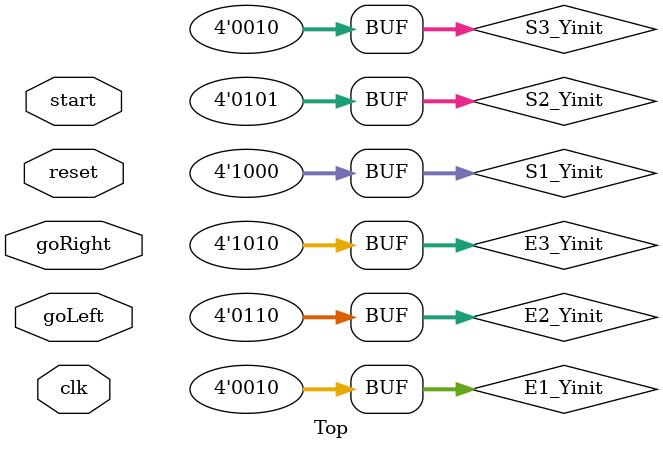
<source format=v>
module Top(goRight, goLeft, clk, reset, start);
input goRight, goLeft, clk, reset, start;
wire [1:0]state;
wire OnElevator, OnElevator1, OnElevator2, OnElevator3, touch, drop, clk, reset, Key, goal;
wire [1:0]Chance;
wire [3:0]E1_yloc;
wire [3:0]E2_yloc;
wire [3:0]E3_yloc;
wire [3:0]E1_Yinit = 4'b0010;
wire [3:0]E2_Yinit = 4'b0110;
wire [3:0]E3_Yinit = 4'b1010;
wire [3:0]N_xloc;
wire [3:0]N_yloc;
wire [3:0]S1_yloc; 
wire [3:0]S2_yloc; 
wire [3:0]S3_yloc;
wire [3:0]S1_Yinit = 4'b1000;
wire [3:0]S2_Yinit = 4'b0101;
wire [3:0]S3_Yinit = 4'b0010;
wire [6:0]Score;
State State(state[1:0], N_xloc[3:0], N_yloc[3:0], Chance[1:0], start, OnElevator, touch, drop, clk, reset, goRight, goLeft);
Elevator Elevator1(E1_yloc[3:0], E1_Yinit[3:0], clk, reset, start);
Elevator Elevator2(E2_yloc[3:0], E2_Yinit[3:0], clk, reset, start);
Elevator Elevator3(E3_yloc[3:0], E3_Yinit[3:0], clk, reset, start);
OnElevation OnElevation1(OnElevator1, N_xloc[3:0], N_yloc[3:0], E1_yloc[3:0], goRight, goLeft);
OnElevation OnElevation2(OnElevator2, N_xloc[3:0], N_yloc[3:0], E2_yloc[3:0], goRight, goLeft);
OnElevation OnElevation3(OnElevator3, N_xloc[3:0], N_yloc[3:0], E3_yloc[3:0], goRight, goLeft);
Shuriken Shuriken1(S1_yloc[3:0], S1_Yinit[3:0], clk, reset);
Shuriken Shuriken2(S2_yloc[3:0], S2_Yinit[3:0], clk, reset);
Shuriken Shuriken3(S3_yloc[3:0], S3_Yinit[3:0], clk, reset);
Touch Touch(touch, N_xloc[3:0], N_yloc[3:0], S1_yloc[3:0], S2_yloc[3:0], S3_yloc[3:0]);
Drop Drop(drop, N_xloc[3:0], N_yloc[3:0], goRight, goLeft, E1_yloc[3:0], E2_yloc[3:0], E3_yloc[3:0]);
key key(Key, N_xloc[3:0], N_yloc[3:0]);
Goal Goal(goal, N_xloc[3:0], N_yloc[3:0]);
score score(Score[6:0], Key, goal);
assign OnElevator = OnElevator1 | OnElevator2 | OnElevator3;
endmodule

</source>
